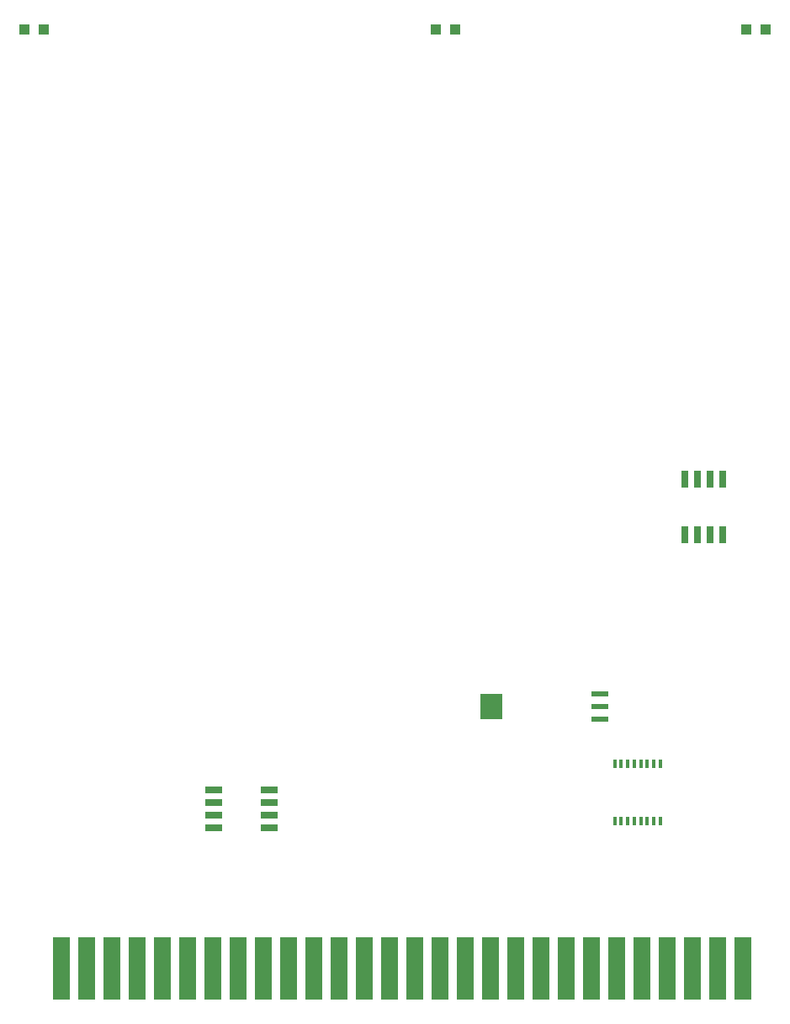
<source format=gtp>
G75*
%MOIN*%
%OFA0B0*%
%FSLAX25Y25*%
%IPPOS*%
%LPD*%
%AMOC8*
5,1,8,0,0,1.08239X$1,22.5*
%
%ADD10R,0.06500X0.25000*%
%ADD11R,0.04331X0.04331*%
%ADD12R,0.02559X0.06890*%
%ADD13R,0.06890X0.02559*%
%ADD14R,0.07008X0.02008*%
%ADD15R,0.09016X0.10000*%
%ADD16R,0.01378X0.03543*%
D10*
X0067050Y0017500D03*
X0077050Y0017500D03*
X0087050Y0017500D03*
X0097050Y0017500D03*
X0107050Y0017500D03*
X0117050Y0017500D03*
X0127050Y0017500D03*
X0137050Y0017500D03*
X0147050Y0017500D03*
X0157050Y0017500D03*
X0167050Y0017500D03*
X0177050Y0017500D03*
X0187050Y0017500D03*
X0197050Y0017500D03*
X0207050Y0017500D03*
X0217050Y0017500D03*
X0227050Y0017500D03*
X0237050Y0017500D03*
X0247050Y0017500D03*
X0257050Y0017500D03*
X0267050Y0017500D03*
X0277050Y0017500D03*
X0287050Y0017500D03*
X0297050Y0017500D03*
X0307050Y0017500D03*
X0317050Y0017500D03*
X0327050Y0017500D03*
X0337050Y0017500D03*
D11*
X0338363Y0389000D03*
X0346237Y0389000D03*
X0223237Y0389000D03*
X0215363Y0389000D03*
X0060237Y0389000D03*
X0052363Y0389000D03*
D12*
X0314000Y0211100D03*
X0319000Y0211100D03*
X0324000Y0211100D03*
X0329000Y0211100D03*
X0329000Y0189053D03*
X0324000Y0189053D03*
X0319000Y0189053D03*
X0314000Y0189053D03*
D13*
X0149347Y0088000D03*
X0149347Y0083000D03*
X0149347Y0078000D03*
X0149347Y0073000D03*
X0127300Y0073000D03*
X0127300Y0078000D03*
X0127300Y0083000D03*
X0127300Y0088000D03*
D14*
X0280300Y0116000D03*
X0280300Y0121000D03*
X0280300Y0126000D03*
D15*
X0237288Y0121000D03*
D16*
X0286343Y0098319D03*
X0288902Y0098319D03*
X0291461Y0098319D03*
X0294020Y0098319D03*
X0296580Y0098319D03*
X0299139Y0098319D03*
X0301698Y0098319D03*
X0304257Y0098319D03*
X0304257Y0075681D03*
X0301698Y0075681D03*
X0299139Y0075681D03*
X0296580Y0075681D03*
X0294020Y0075681D03*
X0291461Y0075681D03*
X0288902Y0075681D03*
X0286343Y0075681D03*
M02*

</source>
